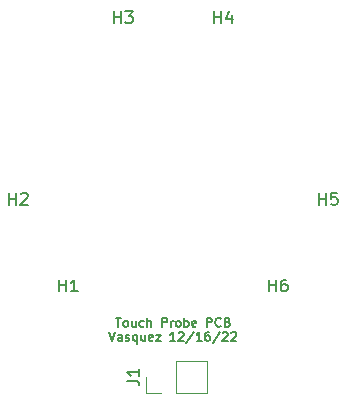
<source format=gto>
%TF.GenerationSoftware,KiCad,Pcbnew,6.0.9-8da3e8f707~117~ubuntu22.04.1*%
%TF.CreationDate,2022-12-16T00:29:24-08:00*%
%TF.ProjectId,xyz_touch_probe,78797a5f-746f-4756-9368-5f70726f6265,rev?*%
%TF.SameCoordinates,Original*%
%TF.FileFunction,Legend,Top*%
%TF.FilePolarity,Positive*%
%FSLAX46Y46*%
G04 Gerber Fmt 4.6, Leading zero omitted, Abs format (unit mm)*
G04 Created by KiCad (PCBNEW 6.0.9-8da3e8f707~117~ubuntu22.04.1) date 2022-12-16 00:29:24*
%MOMM*%
%LPD*%
G01*
G04 APERTURE LIST*
%ADD10C,0.150000*%
%ADD11C,0.120000*%
G04 APERTURE END LIST*
D10*
X142642857Y-131985535D02*
X143071428Y-131985535D01*
X142857142Y-132735535D02*
X142857142Y-131985535D01*
X143428571Y-132735535D02*
X143357142Y-132699821D01*
X143321428Y-132664107D01*
X143285714Y-132592678D01*
X143285714Y-132378392D01*
X143321428Y-132306964D01*
X143357142Y-132271250D01*
X143428571Y-132235535D01*
X143535714Y-132235535D01*
X143607142Y-132271250D01*
X143642857Y-132306964D01*
X143678571Y-132378392D01*
X143678571Y-132592678D01*
X143642857Y-132664107D01*
X143607142Y-132699821D01*
X143535714Y-132735535D01*
X143428571Y-132735535D01*
X144321428Y-132235535D02*
X144321428Y-132735535D01*
X144000000Y-132235535D02*
X144000000Y-132628392D01*
X144035714Y-132699821D01*
X144107142Y-132735535D01*
X144214285Y-132735535D01*
X144285714Y-132699821D01*
X144321428Y-132664107D01*
X145000000Y-132699821D02*
X144928571Y-132735535D01*
X144785714Y-132735535D01*
X144714285Y-132699821D01*
X144678571Y-132664107D01*
X144642857Y-132592678D01*
X144642857Y-132378392D01*
X144678571Y-132306964D01*
X144714285Y-132271250D01*
X144785714Y-132235535D01*
X144928571Y-132235535D01*
X145000000Y-132271250D01*
X145321428Y-132735535D02*
X145321428Y-131985535D01*
X145642857Y-132735535D02*
X145642857Y-132342678D01*
X145607142Y-132271250D01*
X145535714Y-132235535D01*
X145428571Y-132235535D01*
X145357142Y-132271250D01*
X145321428Y-132306964D01*
X146571428Y-132735535D02*
X146571428Y-131985535D01*
X146857142Y-131985535D01*
X146928571Y-132021250D01*
X146964285Y-132056964D01*
X147000000Y-132128392D01*
X147000000Y-132235535D01*
X146964285Y-132306964D01*
X146928571Y-132342678D01*
X146857142Y-132378392D01*
X146571428Y-132378392D01*
X147321428Y-132735535D02*
X147321428Y-132235535D01*
X147321428Y-132378392D02*
X147357142Y-132306964D01*
X147392857Y-132271250D01*
X147464285Y-132235535D01*
X147535714Y-132235535D01*
X147892857Y-132735535D02*
X147821428Y-132699821D01*
X147785714Y-132664107D01*
X147750000Y-132592678D01*
X147750000Y-132378392D01*
X147785714Y-132306964D01*
X147821428Y-132271250D01*
X147892857Y-132235535D01*
X148000000Y-132235535D01*
X148071428Y-132271250D01*
X148107142Y-132306964D01*
X148142857Y-132378392D01*
X148142857Y-132592678D01*
X148107142Y-132664107D01*
X148071428Y-132699821D01*
X148000000Y-132735535D01*
X147892857Y-132735535D01*
X148464285Y-132735535D02*
X148464285Y-131985535D01*
X148464285Y-132271250D02*
X148535714Y-132235535D01*
X148678571Y-132235535D01*
X148750000Y-132271250D01*
X148785714Y-132306964D01*
X148821428Y-132378392D01*
X148821428Y-132592678D01*
X148785714Y-132664107D01*
X148750000Y-132699821D01*
X148678571Y-132735535D01*
X148535714Y-132735535D01*
X148464285Y-132699821D01*
X149428571Y-132699821D02*
X149357142Y-132735535D01*
X149214285Y-132735535D01*
X149142857Y-132699821D01*
X149107142Y-132628392D01*
X149107142Y-132342678D01*
X149142857Y-132271250D01*
X149214285Y-132235535D01*
X149357142Y-132235535D01*
X149428571Y-132271250D01*
X149464285Y-132342678D01*
X149464285Y-132414107D01*
X149107142Y-132485535D01*
X150357142Y-132735535D02*
X150357142Y-131985535D01*
X150642857Y-131985535D01*
X150714285Y-132021250D01*
X150750000Y-132056964D01*
X150785714Y-132128392D01*
X150785714Y-132235535D01*
X150750000Y-132306964D01*
X150714285Y-132342678D01*
X150642857Y-132378392D01*
X150357142Y-132378392D01*
X151535714Y-132664107D02*
X151500000Y-132699821D01*
X151392857Y-132735535D01*
X151321428Y-132735535D01*
X151214285Y-132699821D01*
X151142857Y-132628392D01*
X151107142Y-132556964D01*
X151071428Y-132414107D01*
X151071428Y-132306964D01*
X151107142Y-132164107D01*
X151142857Y-132092678D01*
X151214285Y-132021250D01*
X151321428Y-131985535D01*
X151392857Y-131985535D01*
X151500000Y-132021250D01*
X151535714Y-132056964D01*
X152107142Y-132342678D02*
X152214285Y-132378392D01*
X152250000Y-132414107D01*
X152285714Y-132485535D01*
X152285714Y-132592678D01*
X152250000Y-132664107D01*
X152214285Y-132699821D01*
X152142857Y-132735535D01*
X151857142Y-132735535D01*
X151857142Y-131985535D01*
X152107142Y-131985535D01*
X152178571Y-132021250D01*
X152214285Y-132056964D01*
X152250000Y-132128392D01*
X152250000Y-132199821D01*
X152214285Y-132271250D01*
X152178571Y-132306964D01*
X152107142Y-132342678D01*
X151857142Y-132342678D01*
X142089285Y-133193035D02*
X142339285Y-133943035D01*
X142589285Y-133193035D01*
X143160714Y-133943035D02*
X143160714Y-133550178D01*
X143125000Y-133478750D01*
X143053571Y-133443035D01*
X142910714Y-133443035D01*
X142839285Y-133478750D01*
X143160714Y-133907321D02*
X143089285Y-133943035D01*
X142910714Y-133943035D01*
X142839285Y-133907321D01*
X142803571Y-133835892D01*
X142803571Y-133764464D01*
X142839285Y-133693035D01*
X142910714Y-133657321D01*
X143089285Y-133657321D01*
X143160714Y-133621607D01*
X143482142Y-133907321D02*
X143553571Y-133943035D01*
X143696428Y-133943035D01*
X143767857Y-133907321D01*
X143803571Y-133835892D01*
X143803571Y-133800178D01*
X143767857Y-133728750D01*
X143696428Y-133693035D01*
X143589285Y-133693035D01*
X143517857Y-133657321D01*
X143482142Y-133585892D01*
X143482142Y-133550178D01*
X143517857Y-133478750D01*
X143589285Y-133443035D01*
X143696428Y-133443035D01*
X143767857Y-133478750D01*
X144446428Y-133443035D02*
X144446428Y-134193035D01*
X144446428Y-133907321D02*
X144375000Y-133943035D01*
X144232142Y-133943035D01*
X144160714Y-133907321D01*
X144125000Y-133871607D01*
X144089285Y-133800178D01*
X144089285Y-133585892D01*
X144125000Y-133514464D01*
X144160714Y-133478750D01*
X144232142Y-133443035D01*
X144375000Y-133443035D01*
X144446428Y-133478750D01*
X145125000Y-133443035D02*
X145125000Y-133943035D01*
X144803571Y-133443035D02*
X144803571Y-133835892D01*
X144839285Y-133907321D01*
X144910714Y-133943035D01*
X145017857Y-133943035D01*
X145089285Y-133907321D01*
X145125000Y-133871607D01*
X145767857Y-133907321D02*
X145696428Y-133943035D01*
X145553571Y-133943035D01*
X145482142Y-133907321D01*
X145446428Y-133835892D01*
X145446428Y-133550178D01*
X145482142Y-133478750D01*
X145553571Y-133443035D01*
X145696428Y-133443035D01*
X145767857Y-133478750D01*
X145803571Y-133550178D01*
X145803571Y-133621607D01*
X145446428Y-133693035D01*
X146053571Y-133443035D02*
X146446428Y-133443035D01*
X146053571Y-133943035D01*
X146446428Y-133943035D01*
X147696428Y-133943035D02*
X147267857Y-133943035D01*
X147482142Y-133943035D02*
X147482142Y-133193035D01*
X147410714Y-133300178D01*
X147339285Y-133371607D01*
X147267857Y-133407321D01*
X147982142Y-133264464D02*
X148017857Y-133228750D01*
X148089285Y-133193035D01*
X148267857Y-133193035D01*
X148339285Y-133228750D01*
X148375000Y-133264464D01*
X148410714Y-133335892D01*
X148410714Y-133407321D01*
X148375000Y-133514464D01*
X147946428Y-133943035D01*
X148410714Y-133943035D01*
X149267857Y-133157321D02*
X148625000Y-134121607D01*
X149910714Y-133943035D02*
X149482142Y-133943035D01*
X149696428Y-133943035D02*
X149696428Y-133193035D01*
X149625000Y-133300178D01*
X149553571Y-133371607D01*
X149482142Y-133407321D01*
X150553571Y-133193035D02*
X150410714Y-133193035D01*
X150339285Y-133228750D01*
X150303571Y-133264464D01*
X150232142Y-133371607D01*
X150196428Y-133514464D01*
X150196428Y-133800178D01*
X150232142Y-133871607D01*
X150267857Y-133907321D01*
X150339285Y-133943035D01*
X150482142Y-133943035D01*
X150553571Y-133907321D01*
X150589285Y-133871607D01*
X150625000Y-133800178D01*
X150625000Y-133621607D01*
X150589285Y-133550178D01*
X150553571Y-133514464D01*
X150482142Y-133478750D01*
X150339285Y-133478750D01*
X150267857Y-133514464D01*
X150232142Y-133550178D01*
X150196428Y-133621607D01*
X151482142Y-133157321D02*
X150839285Y-134121607D01*
X151696428Y-133264464D02*
X151732142Y-133228750D01*
X151803571Y-133193035D01*
X151982142Y-133193035D01*
X152053571Y-133228750D01*
X152089285Y-133264464D01*
X152125000Y-133335892D01*
X152125000Y-133407321D01*
X152089285Y-133514464D01*
X151660714Y-133943035D01*
X152125000Y-133943035D01*
X152410714Y-133264464D02*
X152446428Y-133228750D01*
X152517857Y-133193035D01*
X152696428Y-133193035D01*
X152767857Y-133228750D01*
X152803571Y-133264464D01*
X152839285Y-133335892D01*
X152839285Y-133407321D01*
X152803571Y-133514464D01*
X152375000Y-133943035D01*
X152839285Y-133943035D01*
%TO.C,H6*%
X155615297Y-129762032D02*
X155615297Y-128762032D01*
X155615297Y-129238223D02*
X156186725Y-129238223D01*
X156186725Y-129762032D02*
X156186725Y-128762032D01*
X157091487Y-128762032D02*
X156901011Y-128762032D01*
X156805773Y-128809652D01*
X156758154Y-128857271D01*
X156662916Y-129000128D01*
X156615297Y-129190604D01*
X156615297Y-129571556D01*
X156662916Y-129666794D01*
X156710535Y-129714413D01*
X156805773Y-129762032D01*
X156996249Y-129762032D01*
X157091487Y-129714413D01*
X157139106Y-129666794D01*
X157186725Y-129571556D01*
X157186725Y-129333461D01*
X157139106Y-129238223D01*
X157091487Y-129190604D01*
X156996249Y-129142985D01*
X156805773Y-129142985D01*
X156710535Y-129190604D01*
X156662916Y-129238223D01*
X156615297Y-129333461D01*
%TO.C,H5*%
X159857938Y-122413562D02*
X159857938Y-121413562D01*
X159857938Y-121889753D02*
X160429366Y-121889753D01*
X160429366Y-122413562D02*
X160429366Y-121413562D01*
X161381747Y-121413562D02*
X160905557Y-121413562D01*
X160857938Y-121889753D01*
X160905557Y-121842134D01*
X161000795Y-121794515D01*
X161238890Y-121794515D01*
X161334128Y-121842134D01*
X161381747Y-121889753D01*
X161429366Y-121984991D01*
X161429366Y-122223086D01*
X161381747Y-122318324D01*
X161334128Y-122365943D01*
X161238890Y-122413562D01*
X161000795Y-122413562D01*
X160905557Y-122365943D01*
X160857938Y-122318324D01*
%TO.C,H4*%
X150980736Y-107037797D02*
X150980736Y-106037797D01*
X150980736Y-106513988D02*
X151552164Y-106513988D01*
X151552164Y-107037797D02*
X151552164Y-106037797D01*
X152456926Y-106371131D02*
X152456926Y-107037797D01*
X152218831Y-105990178D02*
X151980736Y-106704464D01*
X152599783Y-106704464D01*
%TO.C,H3*%
X142495454Y-107037797D02*
X142495454Y-106037797D01*
X142495454Y-106513988D02*
X143066882Y-106513988D01*
X143066882Y-107037797D02*
X143066882Y-106037797D01*
X143447835Y-106037797D02*
X144066882Y-106037797D01*
X143733549Y-106418750D01*
X143876406Y-106418750D01*
X143971644Y-106466369D01*
X144019263Y-106513988D01*
X144066882Y-106609226D01*
X144066882Y-106847321D01*
X144019263Y-106942559D01*
X143971644Y-106990178D01*
X143876406Y-107037797D01*
X143590692Y-107037797D01*
X143495454Y-106990178D01*
X143447835Y-106942559D01*
%TO.C,H2*%
X133618252Y-122413562D02*
X133618252Y-121413562D01*
X133618252Y-121889753D02*
X134189680Y-121889753D01*
X134189680Y-122413562D02*
X134189680Y-121413562D01*
X134618252Y-121508801D02*
X134665871Y-121461182D01*
X134761109Y-121413562D01*
X134999204Y-121413562D01*
X135094442Y-121461182D01*
X135142061Y-121508801D01*
X135189680Y-121604039D01*
X135189680Y-121699277D01*
X135142061Y-121842134D01*
X134570633Y-122413562D01*
X135189680Y-122413562D01*
%TO.C,H1*%
X137860893Y-129762032D02*
X137860893Y-128762032D01*
X137860893Y-129238223D02*
X138432321Y-129238223D01*
X138432321Y-129762032D02*
X138432321Y-128762032D01*
X139432321Y-129762032D02*
X138860893Y-129762032D01*
X139146607Y-129762032D02*
X139146607Y-128762032D01*
X139051369Y-128904890D01*
X138956131Y-129000128D01*
X138860893Y-129047747D01*
%TO.C,J1*%
X143622380Y-137333333D02*
X144336666Y-137333333D01*
X144479523Y-137380952D01*
X144574761Y-137476190D01*
X144622380Y-137619047D01*
X144622380Y-137714285D01*
X144622380Y-136333333D02*
X144622380Y-136904761D01*
X144622380Y-136619047D02*
X143622380Y-136619047D01*
X143765238Y-136714285D01*
X143860476Y-136809523D01*
X143908095Y-136904761D01*
D11*
X147770000Y-138330000D02*
X150370000Y-138330000D01*
X150370000Y-138330000D02*
X150370000Y-135670000D01*
X145170000Y-138330000D02*
X145170000Y-137000000D01*
X146500000Y-138330000D02*
X145170000Y-138330000D01*
X147770000Y-135670000D02*
X150370000Y-135670000D01*
X147770000Y-138330000D02*
X147770000Y-135670000D01*
%TD*%
M02*

</source>
